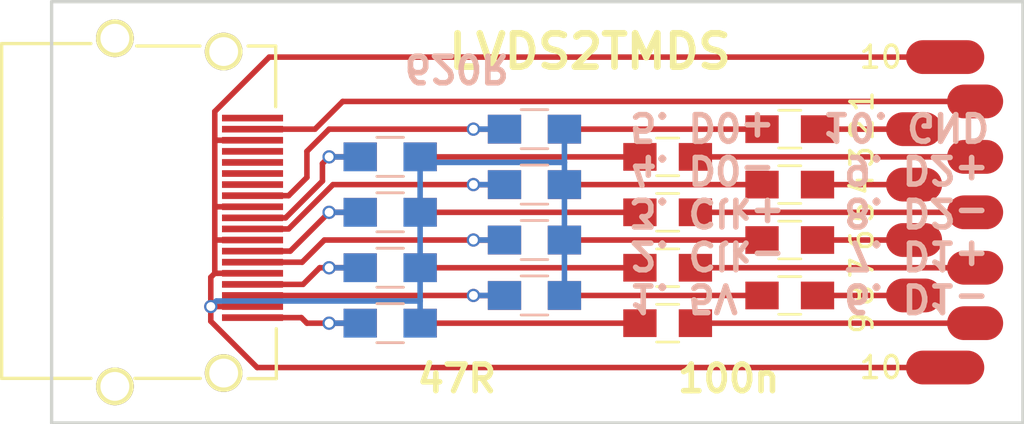
<source format=kicad_pcb>
(kicad_pcb (version 20171130) (host pcbnew "(5.1.12)-1")

  (general
    (thickness 1.6)
    (drawings 10)
    (tracks 104)
    (zones 0)
    (modules 26)
    (nets 32)
  )

  (page A4)
  (layers
    (0 F.Cu signal)
    (31 B.Cu signal)
    (32 B.Adhes user hide)
    (33 F.Adhes user hide)
    (34 B.Paste user)
    (35 F.Paste user)
    (36 B.SilkS user)
    (37 F.SilkS user)
    (38 B.Mask user)
    (39 F.Mask user)
    (40 Dwgs.User user)
    (41 Cmts.User user)
    (42 Eco1.User user)
    (43 Eco2.User user)
    (44 Edge.Cuts user)
    (45 Margin user)
    (46 B.CrtYd user)
    (47 F.CrtYd user)
    (48 B.Fab user)
    (49 F.Fab user)
  )

  (setup
    (last_trace_width 0.25)
    (trace_clearance 0.2)
    (zone_clearance 0.508)
    (zone_45_only no)
    (trace_min 0.2)
    (via_size 0.6)
    (via_drill 0.4)
    (via_min_size 0.4)
    (via_min_drill 0.3)
    (uvia_size 0.3)
    (uvia_drill 0.1)
    (uvias_allowed no)
    (uvia_min_size 0.2)
    (uvia_min_drill 0.1)
    (edge_width 0.15)
    (segment_width 0.2)
    (pcb_text_width 0.3)
    (pcb_text_size 1.5 1.5)
    (mod_edge_width 0.15)
    (mod_text_size 1 1)
    (mod_text_width 0.15)
    (pad_size 1.524 1.524)
    (pad_drill 0.762)
    (pad_to_mask_clearance 0.2)
    (aux_axis_origin 136.75 88.5)
    (visible_elements 7FFFFFFF)
    (pcbplotparams
      (layerselection 0x00030_80000001)
      (usegerberextensions false)
      (usegerberattributes true)
      (usegerberadvancedattributes true)
      (creategerberjobfile true)
      (excludeedgelayer true)
      (linewidth 0.100000)
      (plotframeref false)
      (viasonmask false)
      (mode 1)
      (useauxorigin false)
      (hpglpennumber 1)
      (hpglpenspeed 20)
      (hpglpendiameter 15.000000)
      (psnegative false)
      (psa4output false)
      (plotreference true)
      (plotvalue true)
      (plotinvisibletext false)
      (padsonsilk false)
      (subtractmaskfromsilk false)
      (outputformat 1)
      (mirror false)
      (drillshape 1)
      (scaleselection 1)
      (outputdirectory ""))
  )

  (net 0 "")
  (net 1 "Net-(C1-Pad1)")
  (net 2 "Net-(C1-Pad2)")
  (net 3 "Net-(C2-Pad1)")
  (net 4 "Net-(C2-Pad2)")
  (net 5 "Net-(C3-Pad1)")
  (net 6 "Net-(C3-Pad2)")
  (net 7 "Net-(C4-Pad1)")
  (net 8 "Net-(C4-Pad2)")
  (net 9 "Net-(C5-Pad1)")
  (net 10 "Net-(C5-Pad2)")
  (net 11 "Net-(C6-Pad1)")
  (net 12 "Net-(C6-Pad2)")
  (net 13 "Net-(C7-Pad1)")
  (net 14 "Net-(C7-Pad2)")
  (net 15 "Net-(C8-Pad1)")
  (net 16 "Net-(C8-Pad2)")
  (net 17 "Net-(J1-Pad10)")
  (net 18 "Net-(J1-Pad9)")
  (net 19 GND)
  (net 20 "Net-(J1-Pad7)")
  (net 21 "Net-(J1-Pad6)")
  (net 22 "Net-(J1-Pad4)")
  (net 23 "Net-(J1-Pad3)")
  (net 24 "Net-(J1-Pad1)")
  (net 25 "Net-(J1-Pad12)")
  (net 26 "Net-(J1-Pad13)")
  (net 27 "Net-(J1-Pad14)")
  (net 28 "Net-(J1-Pad15)")
  (net 29 "Net-(J1-Pad16)")
  (net 30 +5V)
  (net 31 "Net-(J1-Pad19)")

  (net_class Default "This is the default net class."
    (clearance 0.2)
    (trace_width 0.25)
    (via_dia 0.6)
    (via_drill 0.4)
    (uvia_dia 0.3)
    (uvia_drill 0.1)
    (add_net +5V)
    (add_net GND)
    (add_net "Net-(C1-Pad1)")
    (add_net "Net-(C1-Pad2)")
    (add_net "Net-(C2-Pad1)")
    (add_net "Net-(C2-Pad2)")
    (add_net "Net-(C3-Pad1)")
    (add_net "Net-(C3-Pad2)")
    (add_net "Net-(C4-Pad1)")
    (add_net "Net-(C4-Pad2)")
    (add_net "Net-(C5-Pad1)")
    (add_net "Net-(C5-Pad2)")
    (add_net "Net-(C6-Pad1)")
    (add_net "Net-(C6-Pad2)")
    (add_net "Net-(C7-Pad1)")
    (add_net "Net-(C7-Pad2)")
    (add_net "Net-(C8-Pad1)")
    (add_net "Net-(C8-Pad2)")
    (add_net "Net-(J1-Pad1)")
    (add_net "Net-(J1-Pad10)")
    (add_net "Net-(J1-Pad12)")
    (add_net "Net-(J1-Pad13)")
    (add_net "Net-(J1-Pad14)")
    (add_net "Net-(J1-Pad15)")
    (add_net "Net-(J1-Pad16)")
    (add_net "Net-(J1-Pad19)")
    (add_net "Net-(J1-Pad3)")
    (add_net "Net-(J1-Pad4)")
    (add_net "Net-(J1-Pad6)")
    (add_net "Net-(J1-Pad7)")
    (add_net "Net-(J1-Pad9)")
  )

  (module Capacitors_SMD:C_0805_HandSoldering (layer F.Cu) (tedit 58D4687E) (tstamp 58D45FFC)
    (at 170 75.25 180)
    (descr "Capacitor SMD 0805, hand soldering")
    (tags "capacitor 0805")
    (path /58D49A4F)
    (attr smd)
    (fp_text reference C1 (at 0 -1.75 180) (layer F.SilkS) hide
      (effects (font (size 1 1) (thickness 0.15)))
    )
    (fp_text value 100n (at 0 1.75 180) (layer F.Fab) hide
      (effects (font (size 1 1) (thickness 0.15)))
    )
    (fp_line (start 2.25 0.87) (end -2.25 0.87) (layer F.CrtYd) (width 0.05))
    (fp_line (start 2.25 0.87) (end 2.25 -0.88) (layer F.CrtYd) (width 0.05))
    (fp_line (start -2.25 -0.88) (end -2.25 0.87) (layer F.CrtYd) (width 0.05))
    (fp_line (start -2.25 -0.88) (end 2.25 -0.88) (layer F.CrtYd) (width 0.05))
    (fp_line (start -0.5 0.85) (end 0.5 0.85) (layer F.SilkS) (width 0.12))
    (fp_line (start 0.5 -0.85) (end -0.5 -0.85) (layer F.SilkS) (width 0.12))
    (fp_line (start -1 -0.62) (end 1 -0.62) (layer F.Fab) (width 0.1))
    (fp_line (start 1 -0.62) (end 1 0.62) (layer F.Fab) (width 0.1))
    (fp_line (start 1 0.62) (end -1 0.62) (layer F.Fab) (width 0.1))
    (fp_line (start -1 0.62) (end -1 -0.62) (layer F.Fab) (width 0.1))
    (fp_text user %R (at 0 -1.75 180) (layer F.Fab) hide
      (effects (font (size 1 1) (thickness 0.15)))
    )
    (pad 1 smd rect (at -1.25 0 180) (size 1.5 1.25) (layers F.Cu F.Paste F.Mask)
      (net 1 "Net-(C1-Pad1)"))
    (pad 2 smd rect (at 1.25 0 180) (size 1.5 1.25) (layers F.Cu F.Paste F.Mask)
      (net 2 "Net-(C1-Pad2)"))
    (model Capacitors_SMD.3dshapes/C_0805.wrl
      (at (xyz 0 0 0))
      (scale (xyz 1 1 1))
      (rotate (xyz 0 0 0))
    )
  )

  (module Capacitors_SMD:C_0805_HandSoldering (layer F.Cu) (tedit 58D46871) (tstamp 58D46002)
    (at 164.5 76.5 180)
    (descr "Capacitor SMD 0805, hand soldering")
    (tags "capacitor 0805")
    (path /58D497D7)
    (attr smd)
    (fp_text reference C2 (at 0 -1.75 180) (layer F.SilkS) hide
      (effects (font (size 1 1) (thickness 0.15)))
    )
    (fp_text value 100n (at 0 1.75 180) (layer F.Fab) hide
      (effects (font (size 1 1) (thickness 0.15)))
    )
    (fp_line (start 2.25 0.87) (end -2.25 0.87) (layer F.CrtYd) (width 0.05))
    (fp_line (start 2.25 0.87) (end 2.25 -0.88) (layer F.CrtYd) (width 0.05))
    (fp_line (start -2.25 -0.88) (end -2.25 0.87) (layer F.CrtYd) (width 0.05))
    (fp_line (start -2.25 -0.88) (end 2.25 -0.88) (layer F.CrtYd) (width 0.05))
    (fp_line (start -0.5 0.85) (end 0.5 0.85) (layer F.SilkS) (width 0.12))
    (fp_line (start 0.5 -0.85) (end -0.5 -0.85) (layer F.SilkS) (width 0.12))
    (fp_line (start -1 -0.62) (end 1 -0.62) (layer F.Fab) (width 0.1))
    (fp_line (start 1 -0.62) (end 1 0.62) (layer F.Fab) (width 0.1))
    (fp_line (start 1 0.62) (end -1 0.62) (layer F.Fab) (width 0.1))
    (fp_line (start -1 0.62) (end -1 -0.62) (layer F.Fab) (width 0.1))
    (fp_text user %R (at 0 -1.75 180) (layer F.Fab) hide
      (effects (font (size 1 1) (thickness 0.15)))
    )
    (pad 1 smd rect (at -1.25 0 180) (size 1.5 1.25) (layers F.Cu F.Paste F.Mask)
      (net 3 "Net-(C2-Pad1)"))
    (pad 2 smd rect (at 1.25 0 180) (size 1.5 1.25) (layers F.Cu F.Paste F.Mask)
      (net 4 "Net-(C2-Pad2)"))
    (model Capacitors_SMD.3dshapes/C_0805.wrl
      (at (xyz 0 0 0))
      (scale (xyz 1 1 1))
      (rotate (xyz 0 0 0))
    )
  )

  (module Capacitors_SMD:C_0805_HandSoldering (layer F.Cu) (tedit 58D46881) (tstamp 58D46008)
    (at 170 77.75 180)
    (descr "Capacitor SMD 0805, hand soldering")
    (tags "capacitor 0805")
    (path /58D49EE5)
    (attr smd)
    (fp_text reference C3 (at 0 -1.75 180) (layer F.SilkS) hide
      (effects (font (size 1 1) (thickness 0.15)))
    )
    (fp_text value 100n (at 0 1.75 180) (layer F.Fab) hide
      (effects (font (size 1 1) (thickness 0.15)))
    )
    (fp_line (start 2.25 0.87) (end -2.25 0.87) (layer F.CrtYd) (width 0.05))
    (fp_line (start 2.25 0.87) (end 2.25 -0.88) (layer F.CrtYd) (width 0.05))
    (fp_line (start -2.25 -0.88) (end -2.25 0.87) (layer F.CrtYd) (width 0.05))
    (fp_line (start -2.25 -0.88) (end 2.25 -0.88) (layer F.CrtYd) (width 0.05))
    (fp_line (start -0.5 0.85) (end 0.5 0.85) (layer F.SilkS) (width 0.12))
    (fp_line (start 0.5 -0.85) (end -0.5 -0.85) (layer F.SilkS) (width 0.12))
    (fp_line (start -1 -0.62) (end 1 -0.62) (layer F.Fab) (width 0.1))
    (fp_line (start 1 -0.62) (end 1 0.62) (layer F.Fab) (width 0.1))
    (fp_line (start 1 0.62) (end -1 0.62) (layer F.Fab) (width 0.1))
    (fp_line (start -1 0.62) (end -1 -0.62) (layer F.Fab) (width 0.1))
    (fp_text user %R (at 0 -1.75 180) (layer F.Fab) hide
      (effects (font (size 1 1) (thickness 0.15)))
    )
    (pad 1 smd rect (at -1.25 0 180) (size 1.5 1.25) (layers F.Cu F.Paste F.Mask)
      (net 5 "Net-(C3-Pad1)"))
    (pad 2 smd rect (at 1.25 0 180) (size 1.5 1.25) (layers F.Cu F.Paste F.Mask)
      (net 6 "Net-(C3-Pad2)"))
    (model Capacitors_SMD.3dshapes/C_0805.wrl
      (at (xyz 0 0 0))
      (scale (xyz 1 1 1))
      (rotate (xyz 0 0 0))
    )
  )

  (module Capacitors_SMD:C_0805_HandSoldering (layer F.Cu) (tedit 58D46873) (tstamp 58D4600E)
    (at 164.5 79 180)
    (descr "Capacitor SMD 0805, hand soldering")
    (tags "capacitor 0805")
    (path /58D49EDF)
    (attr smd)
    (fp_text reference C4 (at 0 -1.75 180) (layer F.SilkS) hide
      (effects (font (size 1 1) (thickness 0.15)))
    )
    (fp_text value 100n (at 0 1.75 180) (layer F.Fab) hide
      (effects (font (size 1 1) (thickness 0.15)))
    )
    (fp_line (start 2.25 0.87) (end -2.25 0.87) (layer F.CrtYd) (width 0.05))
    (fp_line (start 2.25 0.87) (end 2.25 -0.88) (layer F.CrtYd) (width 0.05))
    (fp_line (start -2.25 -0.88) (end -2.25 0.87) (layer F.CrtYd) (width 0.05))
    (fp_line (start -2.25 -0.88) (end 2.25 -0.88) (layer F.CrtYd) (width 0.05))
    (fp_line (start -0.5 0.85) (end 0.5 0.85) (layer F.SilkS) (width 0.12))
    (fp_line (start 0.5 -0.85) (end -0.5 -0.85) (layer F.SilkS) (width 0.12))
    (fp_line (start -1 -0.62) (end 1 -0.62) (layer F.Fab) (width 0.1))
    (fp_line (start 1 -0.62) (end 1 0.62) (layer F.Fab) (width 0.1))
    (fp_line (start 1 0.62) (end -1 0.62) (layer F.Fab) (width 0.1))
    (fp_line (start -1 0.62) (end -1 -0.62) (layer F.Fab) (width 0.1))
    (fp_text user %R (at 0 -1.75 180) (layer F.Fab) hide
      (effects (font (size 1 1) (thickness 0.15)))
    )
    (pad 1 smd rect (at -1.25 0 180) (size 1.5 1.25) (layers F.Cu F.Paste F.Mask)
      (net 7 "Net-(C4-Pad1)"))
    (pad 2 smd rect (at 1.25 0 180) (size 1.5 1.25) (layers F.Cu F.Paste F.Mask)
      (net 8 "Net-(C4-Pad2)"))
    (model Capacitors_SMD.3dshapes/C_0805.wrl
      (at (xyz 0 0 0))
      (scale (xyz 1 1 1))
      (rotate (xyz 0 0 0))
    )
  )

  (module Capacitors_SMD:C_0805_HandSoldering (layer F.Cu) (tedit 58D46884) (tstamp 58D46014)
    (at 170 80.25 180)
    (descr "Capacitor SMD 0805, hand soldering")
    (tags "capacitor 0805")
    (path /58D4A6B7)
    (attr smd)
    (fp_text reference C5 (at 0 -1.75 180) (layer F.SilkS) hide
      (effects (font (size 1 1) (thickness 0.15)))
    )
    (fp_text value 100n (at 0 1.75 180) (layer F.Fab) hide
      (effects (font (size 1 1) (thickness 0.15)))
    )
    (fp_line (start 2.25 0.87) (end -2.25 0.87) (layer F.CrtYd) (width 0.05))
    (fp_line (start 2.25 0.87) (end 2.25 -0.88) (layer F.CrtYd) (width 0.05))
    (fp_line (start -2.25 -0.88) (end -2.25 0.87) (layer F.CrtYd) (width 0.05))
    (fp_line (start -2.25 -0.88) (end 2.25 -0.88) (layer F.CrtYd) (width 0.05))
    (fp_line (start -0.5 0.85) (end 0.5 0.85) (layer F.SilkS) (width 0.12))
    (fp_line (start 0.5 -0.85) (end -0.5 -0.85) (layer F.SilkS) (width 0.12))
    (fp_line (start -1 -0.62) (end 1 -0.62) (layer F.Fab) (width 0.1))
    (fp_line (start 1 -0.62) (end 1 0.62) (layer F.Fab) (width 0.1))
    (fp_line (start 1 0.62) (end -1 0.62) (layer F.Fab) (width 0.1))
    (fp_line (start -1 0.62) (end -1 -0.62) (layer F.Fab) (width 0.1))
    (fp_text user %R (at 0 -1.75 180) (layer F.Fab) hide
      (effects (font (size 1 1) (thickness 0.15)))
    )
    (pad 1 smd rect (at -1.25 0 180) (size 1.5 1.25) (layers F.Cu F.Paste F.Mask)
      (net 9 "Net-(C5-Pad1)"))
    (pad 2 smd rect (at 1.25 0 180) (size 1.5 1.25) (layers F.Cu F.Paste F.Mask)
      (net 10 "Net-(C5-Pad2)"))
    (model Capacitors_SMD.3dshapes/C_0805.wrl
      (at (xyz 0 0 0))
      (scale (xyz 1 1 1))
      (rotate (xyz 0 0 0))
    )
  )

  (module Capacitors_SMD:C_0805_HandSoldering (layer F.Cu) (tedit 58D46876) (tstamp 58D4601A)
    (at 164.5 81.5 180)
    (descr "Capacitor SMD 0805, hand soldering")
    (tags "capacitor 0805")
    (path /58D4A6B1)
    (attr smd)
    (fp_text reference C6 (at 0 -1.75 180) (layer F.SilkS) hide
      (effects (font (size 1 1) (thickness 0.15)))
    )
    (fp_text value 100n (at 0 1.75 180) (layer F.Fab) hide
      (effects (font (size 1 1) (thickness 0.15)))
    )
    (fp_line (start 2.25 0.87) (end -2.25 0.87) (layer F.CrtYd) (width 0.05))
    (fp_line (start 2.25 0.87) (end 2.25 -0.88) (layer F.CrtYd) (width 0.05))
    (fp_line (start -2.25 -0.88) (end -2.25 0.87) (layer F.CrtYd) (width 0.05))
    (fp_line (start -2.25 -0.88) (end 2.25 -0.88) (layer F.CrtYd) (width 0.05))
    (fp_line (start -0.5 0.85) (end 0.5 0.85) (layer F.SilkS) (width 0.12))
    (fp_line (start 0.5 -0.85) (end -0.5 -0.85) (layer F.SilkS) (width 0.12))
    (fp_line (start -1 -0.62) (end 1 -0.62) (layer F.Fab) (width 0.1))
    (fp_line (start 1 -0.62) (end 1 0.62) (layer F.Fab) (width 0.1))
    (fp_line (start 1 0.62) (end -1 0.62) (layer F.Fab) (width 0.1))
    (fp_line (start -1 0.62) (end -1 -0.62) (layer F.Fab) (width 0.1))
    (fp_text user %R (at 0 -1.75 180) (layer F.Fab) hide
      (effects (font (size 1 1) (thickness 0.15)))
    )
    (pad 1 smd rect (at -1.25 0 180) (size 1.5 1.25) (layers F.Cu F.Paste F.Mask)
      (net 11 "Net-(C6-Pad1)"))
    (pad 2 smd rect (at 1.25 0 180) (size 1.5 1.25) (layers F.Cu F.Paste F.Mask)
      (net 12 "Net-(C6-Pad2)"))
    (model Capacitors_SMD.3dshapes/C_0805.wrl
      (at (xyz 0 0 0))
      (scale (xyz 1 1 1))
      (rotate (xyz 0 0 0))
    )
  )

  (module Capacitors_SMD:C_0805_HandSoldering (layer F.Cu) (tedit 58D46886) (tstamp 58D46020)
    (at 170 82.75 180)
    (descr "Capacitor SMD 0805, hand soldering")
    (tags "capacitor 0805")
    (path /58D4A6C3)
    (attr smd)
    (fp_text reference C7 (at 0 -1.75 180) (layer F.SilkS) hide
      (effects (font (size 1 1) (thickness 0.15)))
    )
    (fp_text value 100n (at 0 1.75 180) (layer F.Fab) hide
      (effects (font (size 1 1) (thickness 0.15)))
    )
    (fp_line (start 2.25 0.87) (end -2.25 0.87) (layer F.CrtYd) (width 0.05))
    (fp_line (start 2.25 0.87) (end 2.25 -0.88) (layer F.CrtYd) (width 0.05))
    (fp_line (start -2.25 -0.88) (end -2.25 0.87) (layer F.CrtYd) (width 0.05))
    (fp_line (start -2.25 -0.88) (end 2.25 -0.88) (layer F.CrtYd) (width 0.05))
    (fp_line (start -0.5 0.85) (end 0.5 0.85) (layer F.SilkS) (width 0.12))
    (fp_line (start 0.5 -0.85) (end -0.5 -0.85) (layer F.SilkS) (width 0.12))
    (fp_line (start -1 -0.62) (end 1 -0.62) (layer F.Fab) (width 0.1))
    (fp_line (start 1 -0.62) (end 1 0.62) (layer F.Fab) (width 0.1))
    (fp_line (start 1 0.62) (end -1 0.62) (layer F.Fab) (width 0.1))
    (fp_line (start -1 0.62) (end -1 -0.62) (layer F.Fab) (width 0.1))
    (fp_text user %R (at 0 -1.75 180) (layer F.Fab) hide
      (effects (font (size 1 1) (thickness 0.15)))
    )
    (pad 1 smd rect (at -1.25 0 180) (size 1.5 1.25) (layers F.Cu F.Paste F.Mask)
      (net 13 "Net-(C7-Pad1)"))
    (pad 2 smd rect (at 1.25 0 180) (size 1.5 1.25) (layers F.Cu F.Paste F.Mask)
      (net 14 "Net-(C7-Pad2)"))
    (model Capacitors_SMD.3dshapes/C_0805.wrl
      (at (xyz 0 0 0))
      (scale (xyz 1 1 1))
      (rotate (xyz 0 0 0))
    )
  )

  (module Capacitors_SMD:C_0805_HandSoldering (layer F.Cu) (tedit 58D46879) (tstamp 58D46026)
    (at 164.5 84 180)
    (descr "Capacitor SMD 0805, hand soldering")
    (tags "capacitor 0805")
    (path /58D4A6BD)
    (attr smd)
    (fp_text reference C8 (at 0 -1.75 180) (layer F.SilkS) hide
      (effects (font (size 1 1) (thickness 0.15)))
    )
    (fp_text value 100n (at 0 1.75 180) (layer F.Fab) hide
      (effects (font (size 1 1) (thickness 0.15)))
    )
    (fp_line (start 2.25 0.87) (end -2.25 0.87) (layer F.CrtYd) (width 0.05))
    (fp_line (start 2.25 0.87) (end 2.25 -0.88) (layer F.CrtYd) (width 0.05))
    (fp_line (start -2.25 -0.88) (end -2.25 0.87) (layer F.CrtYd) (width 0.05))
    (fp_line (start -2.25 -0.88) (end 2.25 -0.88) (layer F.CrtYd) (width 0.05))
    (fp_line (start -0.5 0.85) (end 0.5 0.85) (layer F.SilkS) (width 0.12))
    (fp_line (start 0.5 -0.85) (end -0.5 -0.85) (layer F.SilkS) (width 0.12))
    (fp_line (start -1 -0.62) (end 1 -0.62) (layer F.Fab) (width 0.1))
    (fp_line (start 1 -0.62) (end 1 0.62) (layer F.Fab) (width 0.1))
    (fp_line (start 1 0.62) (end -1 0.62) (layer F.Fab) (width 0.1))
    (fp_line (start -1 0.62) (end -1 -0.62) (layer F.Fab) (width 0.1))
    (fp_text user %R (at 0 -1.75 180) (layer F.Fab) hide
      (effects (font (size 1 1) (thickness 0.15)))
    )
    (pad 1 smd rect (at -1.25 0 180) (size 1.5 1.25) (layers F.Cu F.Paste F.Mask)
      (net 15 "Net-(C8-Pad1)"))
    (pad 2 smd rect (at 1.25 0 180) (size 1.5 1.25) (layers F.Cu F.Paste F.Mask)
      (net 16 "Net-(C8-Pad2)"))
    (model Capacitors_SMD.3dshapes/C_0805.wrl
      (at (xyz 0 0 0))
      (scale (xyz 1 1 1))
      (rotate (xyz 0 0 0))
    )
  )

  (module hdmi:hdmi_new (layer F.Cu) (tedit 58D46C6D) (tstamp 58D46041)
    (at 144.5 79 270)
    (path /58D44C23)
    (fp_text reference J1 (at 7.0064 -3.3688) (layer F.SilkS) hide
      (effects (font (size 1.016 1.016) (thickness 0.254)))
    )
    (fp_text value HDMI (at 0.25 3.556 270) (layer F.SilkS) hide
      (effects (font (size 1.27 1.27) (thickness 0.254)))
    )
    (fp_line (start 7.49 10) (end 7.49 5.98) (layer F.SilkS) (width 0.15))
    (fp_line (start 0.24 10) (end 7.49 10) (layer F.SilkS) (width 0.15))
    (fp_line (start -7.61 10) (end -7.61 5.98) (layer F.SilkS) (width 0.15))
    (fp_line (start 0.24 10) (end -7.61 10) (layer F.SilkS) (width 0.15))
    (fp_line (start 7.49 4) (end 7.49 1.05) (layer F.SilkS) (width 0.15))
    (fp_line (start -7.5 3.92) (end -7.5 1.07) (layer F.SilkS) (width 0.15))
    (fp_line (start -7.5 -2.342) (end -4.76 -2.342) (layer F.SilkS) (width 0.15))
    (fp_line (start -7.5 -1.1) (end -7.5 -2.342) (layer F.SilkS) (width 0.15))
    (fp_line (start 7.5 -2.372) (end 5.25 -2.372) (layer F.SilkS) (width 0.15))
    (fp_line (start 7.5 -1.1) (end 7.5 -2.372) (layer F.SilkS) (width 0.15))
    (pad 10 smd rect (at 0.25 -1.3 270) (size 0.3 2.75) (layers F.Cu F.Paste F.Mask)
      (net 17 "Net-(J1-Pad10)"))
    (pad 9 smd rect (at 0.75 -1.3 270) (size 0.3 2.75) (layers F.Cu F.Paste F.Mask)
      (net 18 "Net-(J1-Pad9)"))
    (pad 8 smd rect (at 1.25 -1.3 270) (size 0.3 2.75) (layers F.Cu F.Paste F.Mask)
      (net 19 GND))
    (pad 7 smd rect (at 1.75 -1.3 270) (size 0.3 2.75) (layers F.Cu F.Paste F.Mask)
      (net 20 "Net-(J1-Pad7)"))
    (pad 6 smd rect (at 2.25 -1.3 270) (size 0.3 2.75) (layers F.Cu F.Paste F.Mask)
      (net 21 "Net-(J1-Pad6)"))
    (pad 5 smd rect (at 2.75 -1.3 270) (size 0.3 2.75) (layers F.Cu F.Paste F.Mask)
      (net 19 GND))
    (pad 4 smd rect (at 3.25 -1.3 270) (size 0.3 2.75) (layers F.Cu F.Paste F.Mask)
      (net 22 "Net-(J1-Pad4)"))
    (pad 3 smd rect (at 3.75 -1.3 270) (size 0.3 2.75) (layers F.Cu F.Paste F.Mask)
      (net 23 "Net-(J1-Pad3)"))
    (pad 2 smd rect (at 4.25 -1.3 270) (size 0.3 2.75) (layers F.Cu F.Paste F.Mask)
      (net 19 GND))
    (pad 1 smd rect (at 4.75 -1.3 270) (size 0.3 2.75) (layers F.Cu F.Paste F.Mask)
      (net 24 "Net-(J1-Pad1)"))
    (pad 11 smd rect (at -0.25 -1.3 270) (size 0.3 2.75) (layers F.Cu F.Paste F.Mask)
      (net 19 GND))
    (pad 12 smd rect (at -0.75 -1.3 270) (size 0.3 2.75) (layers F.Cu F.Paste F.Mask)
      (net 25 "Net-(J1-Pad12)"))
    (pad 13 smd rect (at -1.25 -1.3 270) (size 0.3 2.75) (layers F.Cu F.Paste F.Mask)
      (net 26 "Net-(J1-Pad13)"))
    (pad 14 smd rect (at -1.75 -1.3 270) (size 0.3 2.75) (layers F.Cu F.Paste F.Mask)
      (net 27 "Net-(J1-Pad14)"))
    (pad 15 smd rect (at -2.25 -1.3 270) (size 0.3 2.75) (layers F.Cu F.Paste F.Mask)
      (net 28 "Net-(J1-Pad15)"))
    (pad 16 smd rect (at -2.75 -1.3 270) (size 0.3 2.75) (layers F.Cu F.Paste F.Mask)
      (net 29 "Net-(J1-Pad16)"))
    (pad 17 smd rect (at -3.25 -1.3 270) (size 0.3 2.75) (layers F.Cu F.Paste F.Mask)
      (net 19 GND))
    (pad 18 smd rect (at -3.75 -1.3 270) (size 0.3 2.75) (layers F.Cu F.Paste F.Mask)
      (net 30 +5V))
    (pad 19 smd rect (at -4.25 -1.3 270) (size 0.3 2.75) (layers F.Cu F.Paste F.Mask)
      (net 31 "Net-(J1-Pad19)"))
    (pad 0 thru_hole circle (at -7.25 0 270) (size 1.7 1.7) (drill 1.3) (layers *.Cu *.Mask F.SilkS))
    (pad 0 thru_hole circle (at 7.25 0 270) (size 1.7 1.7) (drill 1.3) (layers *.Cu *.Mask F.SilkS))
    (pad 0 thru_hole circle (at -7.85 4.9 270) (size 1.7 1.7) (drill 1.3) (layers *.Cu *.Mask F.SilkS))
    (pad 0 thru_hole circle (at 7.85 4.9 270) (size 1.7 1.7) (drill 1.3) (layers *.Cu *.Mask F.SilkS))
  )

  (module my-libs:10pinSolderpads (layer F.Cu) (tedit 58D457FA) (tstamp 58D4605B)
    (at 177 79 270)
    (path /58D4B4C4)
    (fp_text reference P1 (at 0 0.15 270) (layer F.SilkS) hide
      (effects (font (size 1 1) (thickness 0.15)))
    )
    (fp_text value CONN_01X10 (at -0.25 -0.5 270) (layer F.Fab) hide
      (effects (font (size 1 1) (thickness 0.15)))
    )
    (fp_text user 10 (at -7 2.9) (layer F.SilkS)
      (effects (font (size 1 1) (thickness 0.15)))
    )
    (fp_text user 9 (at 5 3.75 270) (layer F.SilkS)
      (effects (font (size 1 1) (thickness 0.15)))
    )
    (fp_text user 8 (at 3.75 3.75 270) (layer F.SilkS)
      (effects (font (size 1 1) (thickness 0.15)))
    )
    (fp_text user 7 (at 2.5 3.75 270) (layer F.SilkS)
      (effects (font (size 1 1) (thickness 0.15)))
    )
    (fp_text user 6 (at 1.25 3.75 270) (layer F.SilkS)
      (effects (font (size 1 1) (thickness 0.15)))
    )
    (fp_text user 5 (at 0 3.75 270) (layer F.SilkS)
      (effects (font (size 1 1) (thickness 0.15)))
    )
    (fp_text user 4 (at -1.25 3.75 270) (layer F.SilkS)
      (effects (font (size 1 1) (thickness 0.15)))
    )
    (fp_text user 3 (at -2.5 3.75 270) (layer F.SilkS)
      (effects (font (size 1 1) (thickness 0.15)))
    )
    (fp_text user 2 (at -3.75 3.75 270) (layer F.SilkS)
      (effects (font (size 1 1) (thickness 0.15)))
    )
    (fp_text user 1 (at -5 3.75 270) (layer F.SilkS)
      (effects (font (size 1 1) (thickness 0.15)))
    )
    (fp_text user 10 (at 7 2.9) (layer F.SilkS)
      (effects (font (size 1 1) (thickness 0.15)))
    )
    (pad 1 smd oval (at -5 -1.35 270) (size 1.524 2.524) (layers F.Cu F.Paste F.Mask)
      (net 30 +5V))
    (pad 2 smd oval (at -3.75 1.4 270) (size 1.524 2.524) (layers F.Cu F.Paste F.Mask)
      (net 1 "Net-(C1-Pad1)"))
    (pad 3 smd oval (at -2.5 -1.35 270) (size 1.524 2.524) (layers F.Cu F.Paste F.Mask)
      (net 3 "Net-(C2-Pad1)"))
    (pad 4 smd oval (at -1.25 1.4 270) (size 1.524 2.524) (layers F.Cu F.Paste F.Mask)
      (net 5 "Net-(C3-Pad1)"))
    (pad 5 smd oval (at 0 -1.35 270) (size 1.524 2.524) (layers F.Cu F.Paste F.Mask)
      (net 7 "Net-(C4-Pad1)"))
    (pad 6 smd oval (at 1.25 1.4 270) (size 1.524 2.524) (layers F.Cu F.Paste F.Mask)
      (net 9 "Net-(C5-Pad1)"))
    (pad 7 smd oval (at 2.5 -1.35 270) (size 1.524 2.524) (layers F.Cu F.Paste F.Mask)
      (net 11 "Net-(C6-Pad1)"))
    (pad 8 smd oval (at 3.75 1.4 270) (size 1.524 2.524) (layers F.Cu F.Paste F.Mask)
      (net 13 "Net-(C7-Pad1)"))
    (pad 9 smd oval (at 5 -1.35 270) (size 1.524 2.524) (layers F.Cu F.Paste F.Mask)
      (net 15 "Net-(C8-Pad1)"))
    (pad 10 smd oval (at 7 0 90) (size 1.524 3.524) (layers F.Cu F.Paste F.Mask)
      (net 19 GND))
    (pad 10 smd oval (at -7 0 90) (size 1.524 3.524) (layers F.Cu F.Paste F.Mask)
      (net 19 GND))
  )

  (module Resistors_SMD:R_0805_HandSoldering (layer F.Cu) (tedit 58D46863) (tstamp 58D46061)
    (at 158.5 75.25 180)
    (descr "Resistor SMD 0805, hand soldering")
    (tags "resistor 0805")
    (path /58D46806)
    (attr smd)
    (fp_text reference R1 (at 0 -1.7 180) (layer F.SilkS) hide
      (effects (font (size 1 1) (thickness 0.15)))
    )
    (fp_text value 47R (at 0 1.75 180) (layer F.Fab) hide
      (effects (font (size 1 1) (thickness 0.15)))
    )
    (fp_line (start 2.35 0.9) (end -2.35 0.9) (layer F.CrtYd) (width 0.05))
    (fp_line (start 2.35 0.9) (end 2.35 -0.9) (layer F.CrtYd) (width 0.05))
    (fp_line (start -2.35 -0.9) (end -2.35 0.9) (layer F.CrtYd) (width 0.05))
    (fp_line (start -2.35 -0.9) (end 2.35 -0.9) (layer F.CrtYd) (width 0.05))
    (fp_line (start -0.6 -0.88) (end 0.6 -0.88) (layer F.SilkS) (width 0.12))
    (fp_line (start 0.6 0.88) (end -0.6 0.88) (layer F.SilkS) (width 0.12))
    (fp_line (start -1 -0.62) (end 1 -0.62) (layer F.Fab) (width 0.1))
    (fp_line (start 1 -0.62) (end 1 0.62) (layer F.Fab) (width 0.1))
    (fp_line (start 1 0.62) (end -1 0.62) (layer F.Fab) (width 0.1))
    (fp_line (start -1 0.62) (end -1 -0.62) (layer F.Fab) (width 0.1))
    (fp_text user %R (at 0 -1.7 180) (layer F.Fab) hide
      (effects (font (size 1 1) (thickness 0.15)))
    )
    (pad 1 smd rect (at -1.35 0 180) (size 1.5 1.3) (layers F.Cu F.Paste F.Mask)
      (net 2 "Net-(C1-Pad2)"))
    (pad 2 smd rect (at 1.35 0 180) (size 1.5 1.3) (layers F.Cu F.Paste F.Mask)
      (net 25 "Net-(J1-Pad12)"))
    (model Resistors_SMD.3dshapes/R_0805.wrl
      (at (xyz 0 0 0))
      (scale (xyz 1 1 1))
      (rotate (xyz 0 0 0))
    )
  )

  (module Resistors_SMD:R_0805_HandSoldering (layer F.Cu) (tedit 58D466DE) (tstamp 58D46067)
    (at 152 76.5 180)
    (descr "Resistor SMD 0805, hand soldering")
    (tags "resistor 0805")
    (path /58D4680C)
    (attr smd)
    (fp_text reference R2 (at 0 -1.7 180) (layer F.SilkS) hide
      (effects (font (size 1 1) (thickness 0.15)))
    )
    (fp_text value 47R (at 0 1.75 180) (layer F.Fab) hide
      (effects (font (size 1 1) (thickness 0.15)))
    )
    (fp_line (start 2.35 0.9) (end -2.35 0.9) (layer F.CrtYd) (width 0.05))
    (fp_line (start 2.35 0.9) (end 2.35 -0.9) (layer F.CrtYd) (width 0.05))
    (fp_line (start -2.35 -0.9) (end -2.35 0.9) (layer F.CrtYd) (width 0.05))
    (fp_line (start -2.35 -0.9) (end 2.35 -0.9) (layer F.CrtYd) (width 0.05))
    (fp_line (start -0.6 -0.88) (end 0.6 -0.88) (layer F.SilkS) (width 0.12))
    (fp_line (start 0.6 0.88) (end -0.6 0.88) (layer F.SilkS) (width 0.12))
    (fp_line (start -1 -0.62) (end 1 -0.62) (layer F.Fab) (width 0.1))
    (fp_line (start 1 -0.62) (end 1 0.62) (layer F.Fab) (width 0.1))
    (fp_line (start 1 0.62) (end -1 0.62) (layer F.Fab) (width 0.1))
    (fp_line (start -1 0.62) (end -1 -0.62) (layer F.Fab) (width 0.1))
    (fp_text user %R (at 0 -1.7 180) (layer F.Fab) hide
      (effects (font (size 1 1) (thickness 0.15)))
    )
    (pad 1 smd rect (at -1.35 0 180) (size 1.5 1.3) (layers F.Cu F.Paste F.Mask)
      (net 4 "Net-(C2-Pad2)"))
    (pad 2 smd rect (at 1.35 0 180) (size 1.5 1.3) (layers F.Cu F.Paste F.Mask)
      (net 17 "Net-(J1-Pad10)"))
    (model Resistors_SMD.3dshapes/R_0805.wrl
      (at (xyz 0 0 0))
      (scale (xyz 1 1 1))
      (rotate (xyz 0 0 0))
    )
  )

  (module Resistors_SMD:R_0805_HandSoldering (layer B.Cu) (tedit 58D46891) (tstamp 58D4606D)
    (at 158.5 75.25 180)
    (descr "Resistor SMD 0805, hand soldering")
    (tags "resistor 0805")
    (path /58D46F91)
    (attr smd)
    (fp_text reference R3 (at 0 1.7 180) (layer B.SilkS) hide
      (effects (font (size 1 1) (thickness 0.15)) (justify mirror))
    )
    (fp_text value 620R (at 0 -1.75 180) (layer B.Fab) hide
      (effects (font (size 1 1) (thickness 0.15)) (justify mirror))
    )
    (fp_line (start 2.35 -0.9) (end -2.35 -0.9) (layer B.CrtYd) (width 0.05))
    (fp_line (start 2.35 -0.9) (end 2.35 0.9) (layer B.CrtYd) (width 0.05))
    (fp_line (start -2.35 0.9) (end -2.35 -0.9) (layer B.CrtYd) (width 0.05))
    (fp_line (start -2.35 0.9) (end 2.35 0.9) (layer B.CrtYd) (width 0.05))
    (fp_line (start -0.6 0.88) (end 0.6 0.88) (layer B.SilkS) (width 0.12))
    (fp_line (start 0.6 -0.88) (end -0.6 -0.88) (layer B.SilkS) (width 0.12))
    (fp_line (start -1 0.62) (end 1 0.62) (layer B.Fab) (width 0.1))
    (fp_line (start 1 0.62) (end 1 -0.62) (layer B.Fab) (width 0.1))
    (fp_line (start 1 -0.62) (end -1 -0.62) (layer B.Fab) (width 0.1))
    (fp_line (start -1 -0.62) (end -1 0.62) (layer B.Fab) (width 0.1))
    (fp_text user %R (at 0 1.7 180) (layer B.Fab) hide
      (effects (font (size 1 1) (thickness 0.15)) (justify mirror))
    )
    (pad 1 smd rect (at -1.35 0 180) (size 1.5 1.3) (layers B.Cu B.Paste B.Mask)
      (net 19 GND))
    (pad 2 smd rect (at 1.35 0 180) (size 1.5 1.3) (layers B.Cu B.Paste B.Mask)
      (net 25 "Net-(J1-Pad12)"))
    (model Resistors_SMD.3dshapes/R_0805.wrl
      (at (xyz 0 0 0))
      (scale (xyz 1 1 1))
      (rotate (xyz 0 0 0))
    )
  )

  (module Resistors_SMD:R_0805_HandSoldering (layer B.Cu) (tedit 58D46855) (tstamp 58D46073)
    (at 152 76.5 180)
    (descr "Resistor SMD 0805, hand soldering")
    (tags "resistor 0805")
    (path /58D46F97)
    (attr smd)
    (fp_text reference R4 (at 0 1.7 180) (layer B.SilkS) hide
      (effects (font (size 1 1) (thickness 0.15)) (justify mirror))
    )
    (fp_text value 620R (at 0 -1.75 180) (layer B.Fab) hide
      (effects (font (size 1 1) (thickness 0.15)) (justify mirror))
    )
    (fp_line (start 2.35 -0.9) (end -2.35 -0.9) (layer B.CrtYd) (width 0.05))
    (fp_line (start 2.35 -0.9) (end 2.35 0.9) (layer B.CrtYd) (width 0.05))
    (fp_line (start -2.35 0.9) (end -2.35 -0.9) (layer B.CrtYd) (width 0.05))
    (fp_line (start -2.35 0.9) (end 2.35 0.9) (layer B.CrtYd) (width 0.05))
    (fp_line (start -0.6 0.88) (end 0.6 0.88) (layer B.SilkS) (width 0.12))
    (fp_line (start 0.6 -0.88) (end -0.6 -0.88) (layer B.SilkS) (width 0.12))
    (fp_line (start -1 0.62) (end 1 0.62) (layer B.Fab) (width 0.1))
    (fp_line (start 1 0.62) (end 1 -0.62) (layer B.Fab) (width 0.1))
    (fp_line (start 1 -0.62) (end -1 -0.62) (layer B.Fab) (width 0.1))
    (fp_line (start -1 -0.62) (end -1 0.62) (layer B.Fab) (width 0.1))
    (fp_text user %R (at 0 1.7 180) (layer B.Fab) hide
      (effects (font (size 1 1) (thickness 0.15)) (justify mirror))
    )
    (pad 1 smd rect (at -1.35 0 180) (size 1.5 1.3) (layers B.Cu B.Paste B.Mask)
      (net 19 GND))
    (pad 2 smd rect (at 1.35 0 180) (size 1.5 1.3) (layers B.Cu B.Paste B.Mask)
      (net 17 "Net-(J1-Pad10)"))
    (model Resistors_SMD.3dshapes/R_0805.wrl
      (at (xyz 0 0 0))
      (scale (xyz 1 1 1))
      (rotate (xyz 0 0 0))
    )
  )

  (module Resistors_SMD:R_0805_HandSoldering (layer F.Cu) (tedit 58D46866) (tstamp 58D46079)
    (at 158.5 77.75 180)
    (descr "Resistor SMD 0805, hand soldering")
    (tags "resistor 0805")
    (path /58D47D81)
    (attr smd)
    (fp_text reference R5 (at 0 -1.7 180) (layer F.SilkS) hide
      (effects (font (size 1 1) (thickness 0.15)))
    )
    (fp_text value 47R (at 0 1.75 180) (layer F.Fab) hide
      (effects (font (size 1 1) (thickness 0.15)))
    )
    (fp_line (start 2.35 0.9) (end -2.35 0.9) (layer F.CrtYd) (width 0.05))
    (fp_line (start 2.35 0.9) (end 2.35 -0.9) (layer F.CrtYd) (width 0.05))
    (fp_line (start -2.35 -0.9) (end -2.35 0.9) (layer F.CrtYd) (width 0.05))
    (fp_line (start -2.35 -0.9) (end 2.35 -0.9) (layer F.CrtYd) (width 0.05))
    (fp_line (start -0.6 -0.88) (end 0.6 -0.88) (layer F.SilkS) (width 0.12))
    (fp_line (start 0.6 0.88) (end -0.6 0.88) (layer F.SilkS) (width 0.12))
    (fp_line (start -1 -0.62) (end 1 -0.62) (layer F.Fab) (width 0.1))
    (fp_line (start 1 -0.62) (end 1 0.62) (layer F.Fab) (width 0.1))
    (fp_line (start 1 0.62) (end -1 0.62) (layer F.Fab) (width 0.1))
    (fp_line (start -1 0.62) (end -1 -0.62) (layer F.Fab) (width 0.1))
    (fp_text user %R (at 0 -1.7 180) (layer F.Fab) hide
      (effects (font (size 1 1) (thickness 0.15)))
    )
    (pad 1 smd rect (at -1.35 0 180) (size 1.5 1.3) (layers F.Cu F.Paste F.Mask)
      (net 6 "Net-(C3-Pad2)"))
    (pad 2 smd rect (at 1.35 0 180) (size 1.5 1.3) (layers F.Cu F.Paste F.Mask)
      (net 18 "Net-(J1-Pad9)"))
    (model Resistors_SMD.3dshapes/R_0805.wrl
      (at (xyz 0 0 0))
      (scale (xyz 1 1 1))
      (rotate (xyz 0 0 0))
    )
  )

  (module Resistors_SMD:R_0805_HandSoldering (layer F.Cu) (tedit 58D46859) (tstamp 58D4607F)
    (at 152 79 180)
    (descr "Resistor SMD 0805, hand soldering")
    (tags "resistor 0805")
    (path /58D47D87)
    (attr smd)
    (fp_text reference R6 (at 0 -1.7 180) (layer F.SilkS) hide
      (effects (font (size 1 1) (thickness 0.15)))
    )
    (fp_text value 47R (at 0 1.75 180) (layer F.Fab) hide
      (effects (font (size 1 1) (thickness 0.15)))
    )
    (fp_line (start 2.35 0.9) (end -2.35 0.9) (layer F.CrtYd) (width 0.05))
    (fp_line (start 2.35 0.9) (end 2.35 -0.9) (layer F.CrtYd) (width 0.05))
    (fp_line (start -2.35 -0.9) (end -2.35 0.9) (layer F.CrtYd) (width 0.05))
    (fp_line (start -2.35 -0.9) (end 2.35 -0.9) (layer F.CrtYd) (width 0.05))
    (fp_line (start -0.6 -0.88) (end 0.6 -0.88) (layer F.SilkS) (width 0.12))
    (fp_line (start 0.6 0.88) (end -0.6 0.88) (layer F.SilkS) (width 0.12))
    (fp_line (start -1 -0.62) (end 1 -0.62) (layer F.Fab) (width 0.1))
    (fp_line (start 1 -0.62) (end 1 0.62) (layer F.Fab) (width 0.1))
    (fp_line (start 1 0.62) (end -1 0.62) (layer F.Fab) (width 0.1))
    (fp_line (start -1 0.62) (end -1 -0.62) (layer F.Fab) (width 0.1))
    (fp_text user %R (at 0 -1.7 180) (layer F.Fab) hide
      (effects (font (size 1 1) (thickness 0.15)))
    )
    (pad 1 smd rect (at -1.35 0 180) (size 1.5 1.3) (layers F.Cu F.Paste F.Mask)
      (net 8 "Net-(C4-Pad2)"))
    (pad 2 smd rect (at 1.35 0 180) (size 1.5 1.3) (layers F.Cu F.Paste F.Mask)
      (net 20 "Net-(J1-Pad7)"))
    (model Resistors_SMD.3dshapes/R_0805.wrl
      (at (xyz 0 0 0))
      (scale (xyz 1 1 1))
      (rotate (xyz 0 0 0))
    )
  )

  (module Resistors_SMD:R_0805_HandSoldering (layer B.Cu) (tedit 58D46894) (tstamp 58D46085)
    (at 158.5 77.75 180)
    (descr "Resistor SMD 0805, hand soldering")
    (tags "resistor 0805")
    (path /58D47D8D)
    (attr smd)
    (fp_text reference R7 (at 0 1.7 180) (layer B.SilkS) hide
      (effects (font (size 1 1) (thickness 0.15)) (justify mirror))
    )
    (fp_text value 620R (at 0 -1.75 180) (layer B.Fab) hide
      (effects (font (size 1 1) (thickness 0.15)) (justify mirror))
    )
    (fp_line (start 2.35 -0.9) (end -2.35 -0.9) (layer B.CrtYd) (width 0.05))
    (fp_line (start 2.35 -0.9) (end 2.35 0.9) (layer B.CrtYd) (width 0.05))
    (fp_line (start -2.35 0.9) (end -2.35 -0.9) (layer B.CrtYd) (width 0.05))
    (fp_line (start -2.35 0.9) (end 2.35 0.9) (layer B.CrtYd) (width 0.05))
    (fp_line (start -0.6 0.88) (end 0.6 0.88) (layer B.SilkS) (width 0.12))
    (fp_line (start 0.6 -0.88) (end -0.6 -0.88) (layer B.SilkS) (width 0.12))
    (fp_line (start -1 0.62) (end 1 0.62) (layer B.Fab) (width 0.1))
    (fp_line (start 1 0.62) (end 1 -0.62) (layer B.Fab) (width 0.1))
    (fp_line (start 1 -0.62) (end -1 -0.62) (layer B.Fab) (width 0.1))
    (fp_line (start -1 -0.62) (end -1 0.62) (layer B.Fab) (width 0.1))
    (fp_text user %R (at 0 1.7 180) (layer B.Fab) hide
      (effects (font (size 1 1) (thickness 0.15)) (justify mirror))
    )
    (pad 1 smd rect (at -1.35 0 180) (size 1.5 1.3) (layers B.Cu B.Paste B.Mask)
      (net 19 GND))
    (pad 2 smd rect (at 1.35 0 180) (size 1.5 1.3) (layers B.Cu B.Paste B.Mask)
      (net 18 "Net-(J1-Pad9)"))
    (model Resistors_SMD.3dshapes/R_0805.wrl
      (at (xyz 0 0 0))
      (scale (xyz 1 1 1))
      (rotate (xyz 0 0 0))
    )
  )

  (module Resistors_SMD:R_0805_HandSoldering (layer B.Cu) (tedit 58D4689C) (tstamp 58D4608B)
    (at 152 79 180)
    (descr "Resistor SMD 0805, hand soldering")
    (tags "resistor 0805")
    (path /58D47D93)
    (attr smd)
    (fp_text reference R8 (at 0 1.7 180) (layer B.SilkS) hide
      (effects (font (size 1 1) (thickness 0.15)) (justify mirror))
    )
    (fp_text value 620R (at 0 -1.75 180) (layer B.Fab) hide
      (effects (font (size 1 1) (thickness 0.15)) (justify mirror))
    )
    (fp_line (start 2.35 -0.9) (end -2.35 -0.9) (layer B.CrtYd) (width 0.05))
    (fp_line (start 2.35 -0.9) (end 2.35 0.9) (layer B.CrtYd) (width 0.05))
    (fp_line (start -2.35 0.9) (end -2.35 -0.9) (layer B.CrtYd) (width 0.05))
    (fp_line (start -2.35 0.9) (end 2.35 0.9) (layer B.CrtYd) (width 0.05))
    (fp_line (start -0.6 0.88) (end 0.6 0.88) (layer B.SilkS) (width 0.12))
    (fp_line (start 0.6 -0.88) (end -0.6 -0.88) (layer B.SilkS) (width 0.12))
    (fp_line (start -1 0.62) (end 1 0.62) (layer B.Fab) (width 0.1))
    (fp_line (start 1 0.62) (end 1 -0.62) (layer B.Fab) (width 0.1))
    (fp_line (start 1 -0.62) (end -1 -0.62) (layer B.Fab) (width 0.1))
    (fp_line (start -1 -0.62) (end -1 0.62) (layer B.Fab) (width 0.1))
    (fp_text user %R (at 0 1.7 180) (layer B.Fab) hide
      (effects (font (size 1 1) (thickness 0.15)) (justify mirror))
    )
    (pad 1 smd rect (at -1.35 0 180) (size 1.5 1.3) (layers B.Cu B.Paste B.Mask)
      (net 19 GND))
    (pad 2 smd rect (at 1.35 0 180) (size 1.5 1.3) (layers B.Cu B.Paste B.Mask)
      (net 20 "Net-(J1-Pad7)"))
    (model Resistors_SMD.3dshapes/R_0805.wrl
      (at (xyz 0 0 0))
      (scale (xyz 1 1 1))
      (rotate (xyz 0 0 0))
    )
  )

  (module Resistors_SMD:R_0805_HandSoldering (layer F.Cu) (tedit 58D46869) (tstamp 58D46091)
    (at 158.5 80.25 180)
    (descr "Resistor SMD 0805, hand soldering")
    (tags "resistor 0805")
    (path /58D4823E)
    (attr smd)
    (fp_text reference R9 (at 0 -1.7 180) (layer F.SilkS) hide
      (effects (font (size 1 1) (thickness 0.15)))
    )
    (fp_text value 47R (at 0 1.75 180) (layer F.Fab) hide
      (effects (font (size 1 1) (thickness 0.15)))
    )
    (fp_line (start 2.35 0.9) (end -2.35 0.9) (layer F.CrtYd) (width 0.05))
    (fp_line (start 2.35 0.9) (end 2.35 -0.9) (layer F.CrtYd) (width 0.05))
    (fp_line (start -2.35 -0.9) (end -2.35 0.9) (layer F.CrtYd) (width 0.05))
    (fp_line (start -2.35 -0.9) (end 2.35 -0.9) (layer F.CrtYd) (width 0.05))
    (fp_line (start -0.6 -0.88) (end 0.6 -0.88) (layer F.SilkS) (width 0.12))
    (fp_line (start 0.6 0.88) (end -0.6 0.88) (layer F.SilkS) (width 0.12))
    (fp_line (start -1 -0.62) (end 1 -0.62) (layer F.Fab) (width 0.1))
    (fp_line (start 1 -0.62) (end 1 0.62) (layer F.Fab) (width 0.1))
    (fp_line (start 1 0.62) (end -1 0.62) (layer F.Fab) (width 0.1))
    (fp_line (start -1 0.62) (end -1 -0.62) (layer F.Fab) (width 0.1))
    (fp_text user %R (at 0 -1.7 180) (layer F.Fab) hide
      (effects (font (size 1 1) (thickness 0.15)))
    )
    (pad 1 smd rect (at -1.35 0 180) (size 1.5 1.3) (layers F.Cu F.Paste F.Mask)
      (net 10 "Net-(C5-Pad2)"))
    (pad 2 smd rect (at 1.35 0 180) (size 1.5 1.3) (layers F.Cu F.Paste F.Mask)
      (net 21 "Net-(J1-Pad6)"))
    (model Resistors_SMD.3dshapes/R_0805.wrl
      (at (xyz 0 0 0))
      (scale (xyz 1 1 1))
      (rotate (xyz 0 0 0))
    )
  )

  (module Resistors_SMD:R_0805_HandSoldering (layer F.Cu) (tedit 58D4685B) (tstamp 58D46097)
    (at 152 81.5 180)
    (descr "Resistor SMD 0805, hand soldering")
    (tags "resistor 0805")
    (path /58D48244)
    (attr smd)
    (fp_text reference R10 (at 0 -1.7 180) (layer F.SilkS) hide
      (effects (font (size 1 1) (thickness 0.15)))
    )
    (fp_text value 47R (at 0 1.75 180) (layer F.Fab) hide
      (effects (font (size 1 1) (thickness 0.15)))
    )
    (fp_line (start 2.35 0.9) (end -2.35 0.9) (layer F.CrtYd) (width 0.05))
    (fp_line (start 2.35 0.9) (end 2.35 -0.9) (layer F.CrtYd) (width 0.05))
    (fp_line (start -2.35 -0.9) (end -2.35 0.9) (layer F.CrtYd) (width 0.05))
    (fp_line (start -2.35 -0.9) (end 2.35 -0.9) (layer F.CrtYd) (width 0.05))
    (fp_line (start -0.6 -0.88) (end 0.6 -0.88) (layer F.SilkS) (width 0.12))
    (fp_line (start 0.6 0.88) (end -0.6 0.88) (layer F.SilkS) (width 0.12))
    (fp_line (start -1 -0.62) (end 1 -0.62) (layer F.Fab) (width 0.1))
    (fp_line (start 1 -0.62) (end 1 0.62) (layer F.Fab) (width 0.1))
    (fp_line (start 1 0.62) (end -1 0.62) (layer F.Fab) (width 0.1))
    (fp_line (start -1 0.62) (end -1 -0.62) (layer F.Fab) (width 0.1))
    (fp_text user %R (at 0 -1.7 180) (layer F.Fab) hide
      (effects (font (size 1 1) (thickness 0.15)))
    )
    (pad 1 smd rect (at -1.35 0 180) (size 1.5 1.3) (layers F.Cu F.Paste F.Mask)
      (net 12 "Net-(C6-Pad2)"))
    (pad 2 smd rect (at 1.35 0 180) (size 1.5 1.3) (layers F.Cu F.Paste F.Mask)
      (net 22 "Net-(J1-Pad4)"))
    (model Resistors_SMD.3dshapes/R_0805.wrl
      (at (xyz 0 0 0))
      (scale (xyz 1 1 1))
      (rotate (xyz 0 0 0))
    )
  )

  (module Resistors_SMD:R_0805_HandSoldering (layer B.Cu) (tedit 58D46897) (tstamp 58D4609D)
    (at 158.5 80.25 180)
    (descr "Resistor SMD 0805, hand soldering")
    (tags "resistor 0805")
    (path /58D4824A)
    (attr smd)
    (fp_text reference R11 (at 0 1.7 180) (layer B.SilkS) hide
      (effects (font (size 1 1) (thickness 0.15)) (justify mirror))
    )
    (fp_text value 620R (at 0 -1.75 180) (layer B.Fab) hide
      (effects (font (size 1 1) (thickness 0.15)) (justify mirror))
    )
    (fp_line (start 2.35 -0.9) (end -2.35 -0.9) (layer B.CrtYd) (width 0.05))
    (fp_line (start 2.35 -0.9) (end 2.35 0.9) (layer B.CrtYd) (width 0.05))
    (fp_line (start -2.35 0.9) (end -2.35 -0.9) (layer B.CrtYd) (width 0.05))
    (fp_line (start -2.35 0.9) (end 2.35 0.9) (layer B.CrtYd) (width 0.05))
    (fp_line (start -0.6 0.88) (end 0.6 0.88) (layer B.SilkS) (width 0.12))
    (fp_line (start 0.6 -0.88) (end -0.6 -0.88) (layer B.SilkS) (width 0.12))
    (fp_line (start -1 0.62) (end 1 0.62) (layer B.Fab) (width 0.1))
    (fp_line (start 1 0.62) (end 1 -0.62) (layer B.Fab) (width 0.1))
    (fp_line (start 1 -0.62) (end -1 -0.62) (layer B.Fab) (width 0.1))
    (fp_line (start -1 -0.62) (end -1 0.62) (layer B.Fab) (width 0.1))
    (fp_text user %R (at 0 1.7 180) (layer B.Fab) hide
      (effects (font (size 1 1) (thickness 0.15)) (justify mirror))
    )
    (pad 1 smd rect (at -1.35 0 180) (size 1.5 1.3) (layers B.Cu B.Paste B.Mask)
      (net 19 GND))
    (pad 2 smd rect (at 1.35 0 180) (size 1.5 1.3) (layers B.Cu B.Paste B.Mask)
      (net 21 "Net-(J1-Pad6)"))
    (model Resistors_SMD.3dshapes/R_0805.wrl
      (at (xyz 0 0 0))
      (scale (xyz 1 1 1))
      (rotate (xyz 0 0 0))
    )
  )

  (module Resistors_SMD:R_0805_HandSoldering (layer B.Cu) (tedit 58D4689E) (tstamp 58D460A3)
    (at 152 81.5 180)
    (descr "Resistor SMD 0805, hand soldering")
    (tags "resistor 0805")
    (path /58D48250)
    (attr smd)
    (fp_text reference R12 (at 0 1.7 180) (layer B.SilkS) hide
      (effects (font (size 1 1) (thickness 0.15)) (justify mirror))
    )
    (fp_text value 620R (at 0 -1.75 180) (layer B.Fab) hide
      (effects (font (size 1 1) (thickness 0.15)) (justify mirror))
    )
    (fp_line (start 2.35 -0.9) (end -2.35 -0.9) (layer B.CrtYd) (width 0.05))
    (fp_line (start 2.35 -0.9) (end 2.35 0.9) (layer B.CrtYd) (width 0.05))
    (fp_line (start -2.35 0.9) (end -2.35 -0.9) (layer B.CrtYd) (width 0.05))
    (fp_line (start -2.35 0.9) (end 2.35 0.9) (layer B.CrtYd) (width 0.05))
    (fp_line (start -0.6 0.88) (end 0.6 0.88) (layer B.SilkS) (width 0.12))
    (fp_line (start 0.6 -0.88) (end -0.6 -0.88) (layer B.SilkS) (width 0.12))
    (fp_line (start -1 0.62) (end 1 0.62) (layer B.Fab) (width 0.1))
    (fp_line (start 1 0.62) (end 1 -0.62) (layer B.Fab) (width 0.1))
    (fp_line (start 1 -0.62) (end -1 -0.62) (layer B.Fab) (width 0.1))
    (fp_line (start -1 -0.62) (end -1 0.62) (layer B.Fab) (width 0.1))
    (fp_text user %R (at 0 1.7 180) (layer B.Fab) hide
      (effects (font (size 1 1) (thickness 0.15)) (justify mirror))
    )
    (pad 1 smd rect (at -1.35 0 180) (size 1.5 1.3) (layers B.Cu B.Paste B.Mask)
      (net 19 GND))
    (pad 2 smd rect (at 1.35 0 180) (size 1.5 1.3) (layers B.Cu B.Paste B.Mask)
      (net 22 "Net-(J1-Pad4)"))
    (model Resistors_SMD.3dshapes/R_0805.wrl
      (at (xyz 0 0 0))
      (scale (xyz 1 1 1))
      (rotate (xyz 0 0 0))
    )
  )

  (module Resistors_SMD:R_0805_HandSoldering (layer F.Cu) (tedit 58D4686C) (tstamp 58D460A9)
    (at 158.5 82.75 180)
    (descr "Resistor SMD 0805, hand soldering")
    (tags "resistor 0805")
    (path /58D48265)
    (attr smd)
    (fp_text reference R13 (at 0 -1.7 180) (layer F.SilkS) hide
      (effects (font (size 1 1) (thickness 0.15)))
    )
    (fp_text value 47R (at 0 1.75 180) (layer F.Fab) hide
      (effects (font (size 1 1) (thickness 0.15)))
    )
    (fp_line (start 2.35 0.9) (end -2.35 0.9) (layer F.CrtYd) (width 0.05))
    (fp_line (start 2.35 0.9) (end 2.35 -0.9) (layer F.CrtYd) (width 0.05))
    (fp_line (start -2.35 -0.9) (end -2.35 0.9) (layer F.CrtYd) (width 0.05))
    (fp_line (start -2.35 -0.9) (end 2.35 -0.9) (layer F.CrtYd) (width 0.05))
    (fp_line (start -0.6 -0.88) (end 0.6 -0.88) (layer F.SilkS) (width 0.12))
    (fp_line (start 0.6 0.88) (end -0.6 0.88) (layer F.SilkS) (width 0.12))
    (fp_line (start -1 -0.62) (end 1 -0.62) (layer F.Fab) (width 0.1))
    (fp_line (start 1 -0.62) (end 1 0.62) (layer F.Fab) (width 0.1))
    (fp_line (start 1 0.62) (end -1 0.62) (layer F.Fab) (width 0.1))
    (fp_line (start -1 0.62) (end -1 -0.62) (layer F.Fab) (width 0.1))
    (fp_text user %R (at 0 -1.7 180) (layer F.Fab) hide
      (effects (font (size 1 1) (thickness 0.15)))
    )
    (pad 1 smd rect (at -1.35 0 180) (size 1.5 1.3) (layers F.Cu F.Paste F.Mask)
      (net 14 "Net-(C7-Pad2)"))
    (pad 2 smd rect (at 1.35 0 180) (size 1.5 1.3) (layers F.Cu F.Paste F.Mask)
      (net 23 "Net-(J1-Pad3)"))
    (model Resistors_SMD.3dshapes/R_0805.wrl
      (at (xyz 0 0 0))
      (scale (xyz 1 1 1))
      (rotate (xyz 0 0 0))
    )
  )

  (module Resistors_SMD:R_0805_HandSoldering (layer F.Cu) (tedit 58D46860) (tstamp 58D460AF)
    (at 152 84 180)
    (descr "Resistor SMD 0805, hand soldering")
    (tags "resistor 0805")
    (path /58D4826B)
    (attr smd)
    (fp_text reference R14 (at 0 -1.7 180) (layer F.SilkS) hide
      (effects (font (size 1 1) (thickness 0.15)))
    )
    (fp_text value 47R (at 0 1.75 180) (layer F.Fab) hide
      (effects (font (size 1 1) (thickness 0.15)))
    )
    (fp_line (start 2.35 0.9) (end -2.35 0.9) (layer F.CrtYd) (width 0.05))
    (fp_line (start 2.35 0.9) (end 2.35 -0.9) (layer F.CrtYd) (width 0.05))
    (fp_line (start -2.35 -0.9) (end -2.35 0.9) (layer F.CrtYd) (width 0.05))
    (fp_line (start -2.35 -0.9) (end 2.35 -0.9) (layer F.CrtYd) (width 0.05))
    (fp_line (start -0.6 -0.88) (end 0.6 -0.88) (layer F.SilkS) (width 0.12))
    (fp_line (start 0.6 0.88) (end -0.6 0.88) (layer F.SilkS) (width 0.12))
    (fp_line (start -1 -0.62) (end 1 -0.62) (layer F.Fab) (width 0.1))
    (fp_line (start 1 -0.62) (end 1 0.62) (layer F.Fab) (width 0.1))
    (fp_line (start 1 0.62) (end -1 0.62) (layer F.Fab) (width 0.1))
    (fp_line (start -1 0.62) (end -1 -0.62) (layer F.Fab) (width 0.1))
    (fp_text user %R (at 0 -1.7 180) (layer F.Fab) hide
      (effects (font (size 1 1) (thickness 0.15)))
    )
    (pad 1 smd rect (at -1.35 0 180) (size 1.5 1.3) (layers F.Cu F.Paste F.Mask)
      (net 16 "Net-(C8-Pad2)"))
    (pad 2 smd rect (at 1.35 0 180) (size 1.5 1.3) (layers F.Cu F.Paste F.Mask)
      (net 24 "Net-(J1-Pad1)"))
    (model Resistors_SMD.3dshapes/R_0805.wrl
      (at (xyz 0 0 0))
      (scale (xyz 1 1 1))
      (rotate (xyz 0 0 0))
    )
  )

  (module Resistors_SMD:R_0805_HandSoldering (layer B.Cu) (tedit 58D46899) (tstamp 58D460B5)
    (at 158.5 82.75 180)
    (descr "Resistor SMD 0805, hand soldering")
    (tags "resistor 0805")
    (path /58D48271)
    (attr smd)
    (fp_text reference R15 (at 0 1.7 180) (layer B.SilkS) hide
      (effects (font (size 1 1) (thickness 0.15)) (justify mirror))
    )
    (fp_text value 620R (at 0 -1.75 180) (layer B.Fab) hide
      (effects (font (size 1 1) (thickness 0.15)) (justify mirror))
    )
    (fp_line (start 2.35 -0.9) (end -2.35 -0.9) (layer B.CrtYd) (width 0.05))
    (fp_line (start 2.35 -0.9) (end 2.35 0.9) (layer B.CrtYd) (width 0.05))
    (fp_line (start -2.35 0.9) (end -2.35 -0.9) (layer B.CrtYd) (width 0.05))
    (fp_line (start -2.35 0.9) (end 2.35 0.9) (layer B.CrtYd) (width 0.05))
    (fp_line (start -0.6 0.88) (end 0.6 0.88) (layer B.SilkS) (width 0.12))
    (fp_line (start 0.6 -0.88) (end -0.6 -0.88) (layer B.SilkS) (width 0.12))
    (fp_line (start -1 0.62) (end 1 0.62) (layer B.Fab) (width 0.1))
    (fp_line (start 1 0.62) (end 1 -0.62) (layer B.Fab) (width 0.1))
    (fp_line (start 1 -0.62) (end -1 -0.62) (layer B.Fab) (width 0.1))
    (fp_line (start -1 -0.62) (end -1 0.62) (layer B.Fab) (width 0.1))
    (fp_text user %R (at 0 1.7 180) (layer B.Fab) hide
      (effects (font (size 1 1) (thickness 0.15)) (justify mirror))
    )
    (pad 1 smd rect (at -1.35 0 180) (size 1.5 1.3) (layers B.Cu B.Paste B.Mask)
      (net 19 GND))
    (pad 2 smd rect (at 1.35 0 180) (size 1.5 1.3) (layers B.Cu B.Paste B.Mask)
      (net 23 "Net-(J1-Pad3)"))
    (model Resistors_SMD.3dshapes/R_0805.wrl
      (at (xyz 0 0 0))
      (scale (xyz 1 1 1))
      (rotate (xyz 0 0 0))
    )
  )

  (module Resistors_SMD:R_0805_HandSoldering (layer B.Cu) (tedit 58D468A1) (tstamp 58D460BB)
    (at 152 84 180)
    (descr "Resistor SMD 0805, hand soldering")
    (tags "resistor 0805")
    (path /58D48277)
    (attr smd)
    (fp_text reference R16 (at 0 1.7 180) (layer B.SilkS) hide
      (effects (font (size 1 1) (thickness 0.15)) (justify mirror))
    )
    (fp_text value 620R (at 0 -1.75 180) (layer B.Fab) hide
      (effects (font (size 1 1) (thickness 0.15)) (justify mirror))
    )
    (fp_line (start 2.35 -0.9) (end -2.35 -0.9) (layer B.CrtYd) (width 0.05))
    (fp_line (start 2.35 -0.9) (end 2.35 0.9) (layer B.CrtYd) (width 0.05))
    (fp_line (start -2.35 0.9) (end -2.35 -0.9) (layer B.CrtYd) (width 0.05))
    (fp_line (start -2.35 0.9) (end 2.35 0.9) (layer B.CrtYd) (width 0.05))
    (fp_line (start -0.6 0.88) (end 0.6 0.88) (layer B.SilkS) (width 0.12))
    (fp_line (start 0.6 -0.88) (end -0.6 -0.88) (layer B.SilkS) (width 0.12))
    (fp_line (start -1 0.62) (end 1 0.62) (layer B.Fab) (width 0.1))
    (fp_line (start 1 0.62) (end 1 -0.62) (layer B.Fab) (width 0.1))
    (fp_line (start 1 -0.62) (end -1 -0.62) (layer B.Fab) (width 0.1))
    (fp_line (start -1 -0.62) (end -1 0.62) (layer B.Fab) (width 0.1))
    (fp_text user %R (at 0 1.7 180) (layer B.Fab) hide
      (effects (font (size 1 1) (thickness 0.15)) (justify mirror))
    )
    (pad 1 smd rect (at -1.35 0 180) (size 1.5 1.3) (layers B.Cu B.Paste B.Mask)
      (net 19 GND))
    (pad 2 smd rect (at 1.35 0 180) (size 1.5 1.3) (layers B.Cu B.Paste B.Mask)
      (net 24 "Net-(J1-Pad1)"))
    (model Resistors_SMD.3dshapes/R_0805.wrl
      (at (xyz 0 0 0))
      (scale (xyz 1 1 1))
      (rotate (xyz 0 0 0))
    )
  )

  (gr_text 620R (at 155 72.5 180) (layer B.SilkS) (tstamp 58D46F04)
    (effects (font (size 1.2 1.2) (thickness 0.25)) (justify mirror))
  )
  (gr_text LVDS2TMDS (at 161 71.75) (layer F.SilkS)
    (effects (font (size 1.5 1.5) (thickness 0.3)))
  )
  (gr_text " 6. D1-\n 7. D1+\n 8. D2-\n 9. D2+\n10. GND" (at 175.25 79 180) (layer B.SilkS)
    (effects (font (size 1.2 1.2) (thickness 0.25)) (justify mirror))
  )
  (gr_text " 1. 5V\n 2. Clk-  \n 3. Clk+\n 4. D0-\n 5. D0+" (at 161.75 79 180) (layer B.SilkS)
    (effects (font (size 1.2 1.2) (thickness 0.25)) (justify left mirror))
  )
  (gr_text 100n (at 167.25 86.5) (layer F.SilkS)
    (effects (font (size 1.2 1.2) (thickness 0.25)))
  )
  (gr_text 47R (at 155 86.5) (layer F.SilkS)
    (effects (font (size 1.2 1.2) (thickness 0.25)))
  )
  (gr_line (start 136.75 88.5) (end 136.75 69.5) (layer Edge.Cuts) (width 0.15))
  (gr_line (start 180.5 88.5) (end 136.75 88.5) (layer Edge.Cuts) (width 0.15))
  (gr_line (start 180.5 69.5) (end 180.5 88.5) (layer Edge.Cuts) (width 0.15))
  (gr_line (start 136.75 69.5) (end 180.5 69.5) (layer Edge.Cuts) (width 0.15))

  (segment (start 175.6 75.25) (end 171.25 75.25) (width 0.25) (layer F.Cu) (net 1))
  (segment (start 168.75 75.25) (end 159.85 75.25) (width 0.25) (layer F.Cu) (net 2))
  (segment (start 165.75 76.5) (end 178.35 76.5) (width 0.25) (layer F.Cu) (net 3))
  (segment (start 153.35 76.5) (end 163.25 76.5) (width 0.25) (layer F.Cu) (net 4))
  (segment (start 171.25 77.75) (end 175.6 77.75) (width 0.25) (layer F.Cu) (net 5))
  (segment (start 159.85 77.75) (end 168.75 77.75) (width 0.25) (layer F.Cu) (net 6))
  (segment (start 178.35 79) (end 165.75 79) (width 0.25) (layer F.Cu) (net 7))
  (segment (start 163.25 79) (end 153.35 79) (width 0.25) (layer F.Cu) (net 8))
  (segment (start 175.6 80.25) (end 171.25 80.25) (width 0.25) (layer F.Cu) (net 9))
  (segment (start 159.85 80.25) (end 168.75 80.25) (width 0.25) (layer F.Cu) (net 10))
  (segment (start 178.35 81.5) (end 165.75 81.5) (width 0.25) (layer F.Cu) (net 11))
  (segment (start 163.25 81.5) (end 153.35 81.5) (width 0.25) (layer F.Cu) (net 12))
  (segment (start 171.25 82.75) (end 175.6 82.75) (width 0.25) (layer F.Cu) (net 13))
  (segment (start 168.75 82.75) (end 159.85 82.75) (width 0.25) (layer F.Cu) (net 14))
  (segment (start 178.35 84) (end 165.75 84) (width 0.25) (layer F.Cu) (net 15))
  (segment (start 153.35 84) (end 163.25 84) (width 0.25) (layer F.Cu) (net 16))
  (segment (start 150.55 76.5) (end 149.25 76.5) (width 0.25) (layer F.Cu) (net 17))
  (segment (start 150.65 76.5) (end 150.55 76.5) (width 0.25) (layer F.Cu) (net 17))
  (segment (start 150.65 76.5) (end 150.55 76.5) (width 0.25) (layer F.Cu) (net 17))
  (segment (start 150.65 76.5) (end 149.25 76.5) (width 0.25) (layer B.Cu) (net 17))
  (segment (start 149.25 76.5) (end 148.95 76.8) (width 0.25) (layer F.Cu) (net 17))
  (segment (start 148.95 76.8) (end 148.95 77.5886) (width 0.25) (layer F.Cu) (net 17))
  (segment (start 148.95 77.5886) (end 147.289 79.25) (width 0.25) (layer F.Cu) (net 17))
  (segment (start 147.289 79.25) (end 145.8 79.25) (width 0.25) (layer F.Cu) (net 17))
  (via (at 149.25 76.5) (size 0.6) (layers F.Cu B.Cu) (net 17))
  (segment (start 155.75 77.75) (end 149.425 77.75) (width 0.25) (layer F.Cu) (net 18))
  (segment (start 149.425 77.75) (end 147.425 79.75) (width 0.25) (layer F.Cu) (net 18))
  (segment (start 147.425 79.75) (end 145.8 79.75) (width 0.25) (layer F.Cu) (net 18))
  (segment (start 157.15 77.75) (end 155.75 77.75) (width 0.25) (layer F.Cu) (net 18))
  (segment (start 157.15 77.75) (end 155.75 77.75) (width 0.25) (layer B.Cu) (net 18))
  (segment (start 157.15 77.75) (end 155.75 77.75) (width 0.25) (layer F.Cu) (net 18))
  (via (at 155.75 77.75) (size 0.6) (layers F.Cu B.Cu) (net 18))
  (segment (start 144.0999 81.75) (end 144.0999 80.25) (width 0.25) (layer F.Cu) (net 19))
  (segment (start 144.2125 81.75) (end 144.0999 81.75) (width 0.25) (layer F.Cu) (net 19))
  (segment (start 145.8 81.75) (end 144.2125 81.75) (width 0.25) (layer F.Cu) (net 19))
  (segment (start 143.9198 83.25) (end 143.9198 81.9301) (width 0.25) (layer F.Cu) (net 19))
  (segment (start 143.9198 81.9301) (end 144.0999 81.75) (width 0.25) (layer F.Cu) (net 19))
  (segment (start 177 86) (end 146.0092 86) (width 0.25) (layer F.Cu) (net 19))
  (segment (start 146.0092 86) (end 143.9198 83.9106) (width 0.25) (layer F.Cu) (net 19))
  (segment (start 143.9198 83.9106) (end 143.9198 83.25) (width 0.25) (layer F.Cu) (net 19))
  (segment (start 145.8 80.25) (end 144.0999 80.25) (width 0.25) (layer F.Cu) (net 19))
  (segment (start 144.0999 78.75) (end 144.0999 80.25) (width 0.25) (layer F.Cu) (net 19))
  (segment (start 144.2125 78.75) (end 144.0999 78.75) (width 0.25) (layer F.Cu) (net 19))
  (segment (start 145.8 78.75) (end 144.2125 78.75) (width 0.25) (layer F.Cu) (net 19))
  (segment (start 144.0999 75.75) (end 144.0999 78.75) (width 0.25) (layer F.Cu) (net 19))
  (segment (start 144.2125 75.75) (end 144.0999 75.75) (width 0.25) (layer F.Cu) (net 19))
  (segment (start 145.8 75.75) (end 144.2125 75.75) (width 0.25) (layer F.Cu) (net 19))
  (segment (start 177 72) (end 146.5537 72) (width 0.25) (layer F.Cu) (net 19))
  (segment (start 146.5537 72) (end 144.0999 74.4538) (width 0.25) (layer F.Cu) (net 19))
  (segment (start 144.0999 74.4538) (end 144.0999 75.75) (width 0.25) (layer F.Cu) (net 19))
  (segment (start 153.35 83) (end 153.35 81.5) (width 0.25) (layer B.Cu) (net 19))
  (segment (start 153.35 84) (end 153.35 83) (width 0.25) (layer B.Cu) (net 19))
  (segment (start 153.35 83) (end 144.1698 83) (width 0.25) (layer B.Cu) (net 19))
  (segment (start 144.1698 83) (end 143.9198 83.25) (width 0.25) (layer B.Cu) (net 19))
  (segment (start 143.9198 83.25) (end 145.8 83.25) (width 0.25) (layer F.Cu) (net 19))
  (segment (start 159.85 76.75) (end 159.85 75.25) (width 0.25) (layer B.Cu) (net 19))
  (segment (start 159.85 77.75) (end 159.85 76.75) (width 0.25) (layer B.Cu) (net 19))
  (segment (start 153.35 76.75) (end 159.85 76.75) (width 0.25) (layer B.Cu) (net 19))
  (segment (start 153.35 76.75) (end 153.35 76.5) (width 0.25) (layer B.Cu) (net 19))
  (segment (start 153.35 79) (end 153.35 76.75) (width 0.25) (layer B.Cu) (net 19))
  (segment (start 159.85 80.25) (end 159.85 77.75) (width 0.25) (layer B.Cu) (net 19))
  (segment (start 153.35 81.5) (end 153.35 79) (width 0.25) (layer B.Cu) (net 19))
  (segment (start 159.85 82.75) (end 159.85 80.25) (width 0.25) (layer B.Cu) (net 19))
  (via (at 143.9198 83.25) (size 0.6) (layers F.Cu B.Cu) (net 19))
  (segment (start 150.65 79) (end 149.25 79) (width 0.25) (layer F.Cu) (net 20))
  (segment (start 150.65 79) (end 149.25 79) (width 0.25) (layer B.Cu) (net 20))
  (segment (start 149.25 79) (end 147.5 80.75) (width 0.25) (layer F.Cu) (net 20))
  (segment (start 147.5 80.75) (end 145.8 80.75) (width 0.25) (layer F.Cu) (net 20))
  (via (at 149.25 79) (size 0.6) (layers F.Cu B.Cu) (net 20))
  (segment (start 155.75 80.25) (end 149.036 80.25) (width 0.25) (layer F.Cu) (net 21))
  (segment (start 149.036 80.25) (end 148.036 81.25) (width 0.25) (layer F.Cu) (net 21))
  (segment (start 148.036 81.25) (end 145.8 81.25) (width 0.25) (layer F.Cu) (net 21))
  (segment (start 157.15 80.25) (end 155.75 80.25) (width 0.25) (layer F.Cu) (net 21))
  (segment (start 157.15 80.25) (end 155.75 80.25) (width 0.25) (layer B.Cu) (net 21))
  (segment (start 157.15 80.25) (end 155.75 80.25) (width 0.25) (layer F.Cu) (net 21))
  (via (at 155.75 80.25) (size 0.6) (layers F.Cu B.Cu) (net 21))
  (segment (start 150.65 81.5) (end 149.25 81.5) (width 0.25) (layer F.Cu) (net 22))
  (segment (start 150.65 81.5) (end 149.25 81.5) (width 0.25) (layer B.Cu) (net 22))
  (segment (start 149.25 81.5) (end 148.826 81.5) (width 0.25) (layer F.Cu) (net 22))
  (segment (start 148.826 81.5) (end 148.076 82.25) (width 0.25) (layer F.Cu) (net 22))
  (segment (start 148.076 82.25) (end 145.8 82.25) (width 0.25) (layer F.Cu) (net 22))
  (via (at 149.25 81.5) (size 0.6) (layers F.Cu B.Cu) (net 22))
  (segment (start 155.75 82.75) (end 145.8 82.75) (width 0.25) (layer F.Cu) (net 23))
  (segment (start 157.15 82.75) (end 155.75 82.75) (width 0.25) (layer F.Cu) (net 23))
  (segment (start 157.15 82.75) (end 155.75 82.75) (width 0.25) (layer B.Cu) (net 23))
  (segment (start 157.15 82.75) (end 155.75 82.75) (width 0.25) (layer F.Cu) (net 23))
  (via (at 155.75 82.75) (size 0.6) (layers F.Cu B.Cu) (net 23))
  (segment (start 150.65 84) (end 149.25 84) (width 0.25) (layer B.Cu) (net 24))
  (segment (start 150.65 84) (end 149.25 84) (width 0.25) (layer F.Cu) (net 24))
  (segment (start 149.25 84) (end 148.25 84) (width 0.25) (layer F.Cu) (net 24))
  (segment (start 148.25 84) (end 148 83.75) (width 0.25) (layer F.Cu) (net 24))
  (segment (start 148 83.75) (end 145.8 83.75) (width 0.25) (layer F.Cu) (net 24))
  (via (at 149.25 84) (size 0.6) (layers F.Cu B.Cu) (net 24))
  (segment (start 157.15 75.25) (end 155.75 75.25) (width 0.25) (layer B.Cu) (net 25))
  (segment (start 157.15 75.25) (end 155.75 75.25) (width 0.25) (layer F.Cu) (net 25))
  (segment (start 155.75 75.25) (end 149.25 75.25) (width 0.25) (layer F.Cu) (net 25))
  (segment (start 149.25 75.25) (end 148.25 76.25) (width 0.25) (layer F.Cu) (net 25))
  (segment (start 148.25 76.25) (end 148.25 77.425) (width 0.25) (layer F.Cu) (net 25))
  (segment (start 148.25 77.425) (end 147.425 78.25) (width 0.25) (layer F.Cu) (net 25))
  (segment (start 147.425 78.25) (end 145.8 78.25) (width 0.25) (layer F.Cu) (net 25))
  (via (at 155.75 75.25) (size 0.6) (layers F.Cu B.Cu) (net 25))
  (segment (start 178.35 74) (end 149.864 74) (width 0.25) (layer F.Cu) (net 30))
  (segment (start 149.864 74) (end 148.614 75.25) (width 0.25) (layer F.Cu) (net 30))
  (segment (start 148.614 75.25) (end 145.8 75.25) (width 0.25) (layer F.Cu) (net 30))

)

</source>
